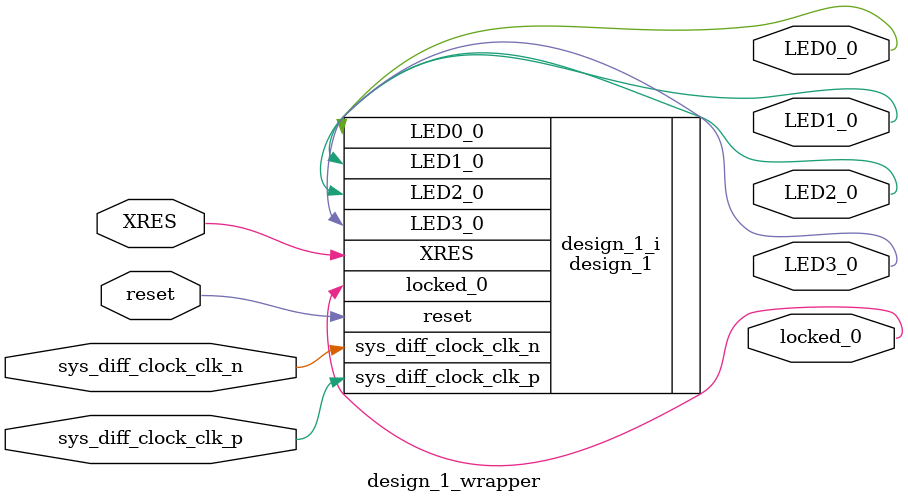
<source format=v>
`timescale 1 ps / 1 ps

module design_1_wrapper
   (LED0_0,
    LED1_0,
    LED2_0,
    LED3_0,
    XRES,
    locked_0,
    reset,
    sys_diff_clock_clk_n,
    sys_diff_clock_clk_p);
  output [0:0]LED0_0;
  output [0:0]LED1_0;
  output [0:0]LED2_0;
  output [0:0]LED3_0;
  input XRES;
  output locked_0;
  input reset;
  input sys_diff_clock_clk_n;
  input sys_diff_clock_clk_p;

  wire [0:0]LED0_0;
  wire [0:0]LED1_0;
  wire [0:0]LED2_0;
  wire [0:0]LED3_0;
  wire XRES;
  wire locked_0;
  wire reset;
  wire sys_diff_clock_clk_n;
  wire sys_diff_clock_clk_p;

  design_1 design_1_i
       (.LED0_0(LED0_0),
        .LED1_0(LED1_0),
        .LED2_0(LED2_0),
        .LED3_0(LED3_0),
        .XRES(XRES),
        .locked_0(locked_0),
        .reset(reset),
        .sys_diff_clock_clk_n(sys_diff_clock_clk_n),
        .sys_diff_clock_clk_p(sys_diff_clock_clk_p));
endmodule

</source>
